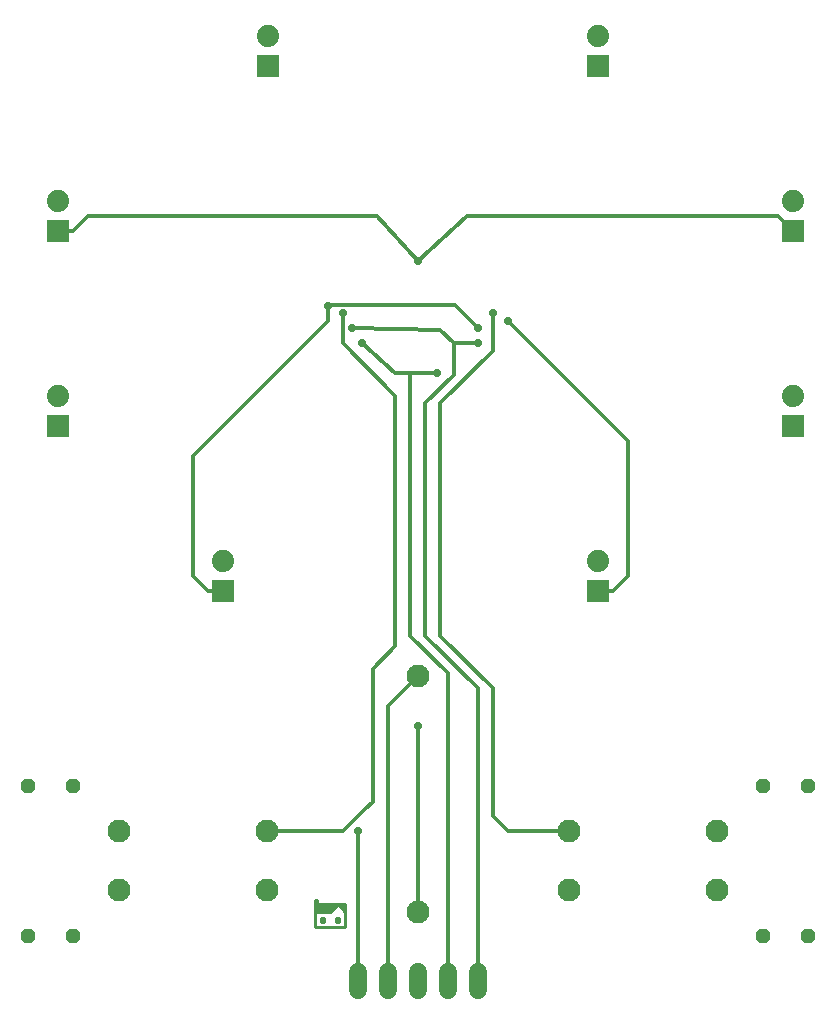
<source format=gbr>
G04 EAGLE Gerber X2 export*
%TF.Part,Single*%
%TF.FileFunction,Copper,L2,Bot,Mixed*%
%TF.FilePolarity,Positive*%
%TF.GenerationSoftware,Autodesk,EAGLE,8.7.0*%
%TF.CreationDate,2018-04-04T18:07:55Z*%
G75*
%MOMM*%
%FSLAX34Y34*%
%LPD*%
%AMOC8*
5,1,8,0,0,1.08239X$1,22.5*%
G01*
%ADD10C,1.950000*%
%ADD11R,1.879600X1.879600*%
%ADD12C,1.879600*%
%ADD13C,0.254000*%
%ADD14C,1.524000*%
%ADD15P,1.319650X8X112.500000*%
%ADD16C,0.304800*%
%ADD17C,0.705600*%


D10*
X444500Y296300D03*
X444500Y96300D03*
D11*
X596900Y812800D03*
D12*
X596900Y838200D03*
D11*
X762000Y673100D03*
D12*
X762000Y698500D03*
D10*
X697500Y114700D03*
X572500Y114700D03*
X697500Y164700D03*
X572500Y164700D03*
X316500Y114700D03*
X191500Y114700D03*
X316500Y164700D03*
X191500Y164700D03*
D13*
X357640Y83520D02*
X383040Y83520D01*
X357640Y83520D02*
X357640Y96220D01*
X357640Y102570D01*
X357640Y106380D01*
X357640Y102570D02*
X376690Y102570D01*
X383040Y102570D01*
X383040Y96220D01*
X383040Y83520D01*
X383040Y96220D02*
X376690Y102570D01*
X370340Y96220D01*
X357640Y96220D01*
X358910Y103840D02*
X358910Y106380D01*
X380500Y101300D02*
X381770Y101300D01*
X380500Y101300D02*
X381770Y100030D01*
X372880Y101300D02*
X370340Y98760D01*
X358910Y98760D01*
X358910Y101300D01*
X370340Y101300D01*
X375420Y91140D02*
X377960Y91140D01*
X375420Y91140D02*
X375420Y87330D01*
X377960Y87330D01*
X377960Y91140D01*
X365260Y91140D02*
X362720Y91140D01*
X362720Y87330D01*
X365260Y87330D01*
X365260Y91140D01*
X358910Y106380D02*
X357640Y106380D01*
D11*
X762000Y508000D03*
D12*
X762000Y533400D03*
D11*
X596900Y368300D03*
D12*
X596900Y393700D03*
D11*
X139700Y508000D03*
D12*
X139700Y533400D03*
D11*
X279400Y368300D03*
D12*
X279400Y393700D03*
D11*
X317500Y812800D03*
D12*
X317500Y838200D03*
D11*
X139700Y673100D03*
D12*
X139700Y698500D03*
D14*
X393700Y45720D02*
X393700Y30480D01*
X419100Y30480D02*
X419100Y45720D01*
X444500Y45720D02*
X444500Y30480D01*
X469900Y30480D02*
X469900Y45720D01*
X495300Y45720D02*
X495300Y30480D01*
D15*
X152400Y76200D03*
X152400Y203200D03*
X114300Y76200D03*
X114300Y203200D03*
X736600Y76200D03*
X736600Y203200D03*
X774700Y76200D03*
X774700Y203200D03*
D16*
X444500Y254000D02*
X444500Y96300D01*
D17*
X444500Y254000D03*
D16*
X419100Y270900D02*
X444500Y296300D01*
X419100Y270900D02*
X419100Y38100D01*
X521100Y164700D02*
X572500Y164700D01*
X521100Y164700D02*
X508000Y177800D01*
X508000Y285750D01*
X463550Y330200D01*
X463550Y527050D01*
X508000Y571500D01*
X508000Y603250D01*
D17*
X508000Y603250D03*
X393700Y165100D03*
D16*
X393700Y38100D01*
X381460Y164700D02*
X316500Y164700D01*
X400276Y183106D02*
X406400Y189230D01*
X382086Y165326D02*
X381460Y164700D01*
X382086Y165326D02*
X400276Y183106D01*
X406400Y189230D02*
X406400Y302260D01*
X425450Y321310D01*
X425450Y533400D01*
X381000Y577850D01*
D17*
X381000Y603250D03*
D16*
X381000Y577850D01*
X469900Y298450D02*
X469900Y38100D01*
X469900Y298450D02*
X438150Y330200D01*
D17*
X397510Y577850D03*
X461010Y552450D03*
D16*
X438150Y552450D01*
X438150Y330200D01*
X425450Y552450D02*
X397510Y577850D01*
X425450Y552450D02*
X438150Y552450D01*
X495300Y285750D02*
X495300Y38100D01*
X495300Y285750D02*
X450850Y330200D01*
X450850Y527050D01*
X474980Y551180D01*
X474980Y577850D01*
X463550Y589280D01*
X388620Y590550D01*
D17*
X388620Y590550D03*
X495300Y577850D03*
D16*
X474980Y577850D01*
X596900Y368300D02*
X609600Y368300D01*
X622300Y381000D01*
X622300Y495300D01*
X520700Y596900D01*
D17*
X520700Y596900D03*
D16*
X152400Y673100D02*
X139700Y673100D01*
X152400Y673100D02*
X165100Y685800D01*
X410210Y685800D01*
X444500Y647700D01*
D17*
X444500Y647700D03*
D16*
X749300Y685800D02*
X762000Y673100D01*
X749300Y685800D02*
X486410Y685800D01*
X444500Y647700D01*
D17*
X368300Y609600D03*
D16*
X369160Y609600D01*
X369386Y609826D01*
X476024Y609826D01*
X495300Y590550D01*
D17*
X495300Y590550D03*
D16*
X279400Y368300D02*
X266700Y368300D01*
X254000Y381000D01*
X254000Y482600D01*
X368300Y596900D02*
X368300Y609600D01*
X368300Y596900D02*
X254000Y482600D01*
M02*

</source>
